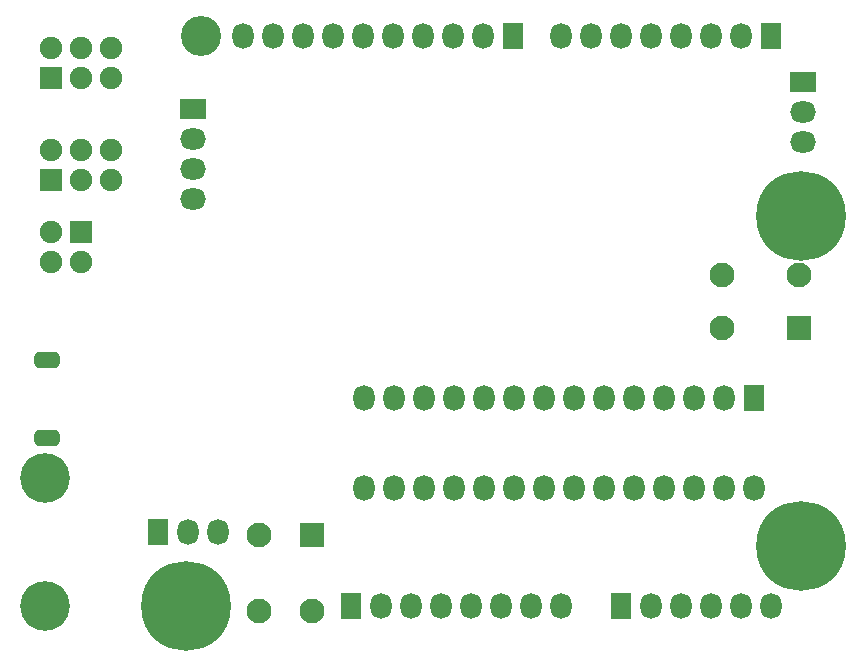
<source format=gbs>
G04*
G04 #@! TF.GenerationSoftware,Altium Limited,Altium Designer,21.6.4 (81)*
G04*
G04 Layer_Color=16711935*
%FSLAX44Y44*%
%MOMM*%
G71*
G04*
G04 #@! TF.SameCoordinates,5A2D479A-7A81-4301-8FED-CA8905A59E07*
G04*
G04*
G04 #@! TF.FilePolarity,Negative*
G04*
G01*
G75*
%ADD50R,2.1000X2.1000*%
%ADD56C,2.1000*%
%ADD57R,2.1000X2.1000*%
%ADD58C,3.4000*%
%ADD59C,4.2000*%
%ADD60R,1.8000X2.2000*%
%ADD61O,1.8000X2.2000*%
%ADD62O,2.2000X1.8000*%
%ADD63R,2.2000X1.8000*%
%ADD64C,7.6000*%
%ADD65C,1.9000*%
%ADD66R,1.9000X1.9000*%
G04:AMPARAMS|DCode=67|XSize=2.2mm|YSize=1.4mm|CornerRadius=0.46mm|HoleSize=0mm|Usage=FLASHONLY|Rotation=0.000|XOffset=0mm|YOffset=0mm|HoleType=Round|Shape=RoundedRectangle|*
%AMROUNDEDRECTD67*
21,1,2.2000,0.4800,0,0,0.0*
21,1,1.2800,1.4000,0,0,0.0*
1,1,0.9200,0.6400,-0.2400*
1,1,0.9200,-0.6400,-0.2400*
1,1,0.9200,-0.6400,0.2400*
1,1,0.9200,0.6400,0.2400*
%
%ADD67ROUNDEDRECTD67*%
D50*
X247000Y86000D02*
D03*
D56*
X202000D02*
D03*
Y21000D02*
D03*
X247000D02*
D03*
X594250Y261000D02*
D03*
Y306000D02*
D03*
X659250D02*
D03*
D57*
Y261000D02*
D03*
D58*
X152400Y508000D02*
D03*
D59*
X21000Y26000D02*
D03*
Y134000D02*
D03*
D60*
X416560Y508000D02*
D03*
X279400Y25400D02*
D03*
X635000Y508000D02*
D03*
X508000Y25400D02*
D03*
X116200Y88000D02*
D03*
X620650Y201930D02*
D03*
D61*
X391160Y508000D02*
D03*
X365760D02*
D03*
X340360D02*
D03*
X314960D02*
D03*
X289560D02*
D03*
X264160D02*
D03*
X238760D02*
D03*
X213360D02*
D03*
X187960D02*
D03*
X304800Y25400D02*
D03*
X330200D02*
D03*
X355600D02*
D03*
X381000D02*
D03*
X406400D02*
D03*
X431800D02*
D03*
X457200D02*
D03*
X609600Y508000D02*
D03*
X584200D02*
D03*
X558800D02*
D03*
X533400D02*
D03*
X508000D02*
D03*
X482600D02*
D03*
X457200D02*
D03*
X635000Y25400D02*
D03*
X609600D02*
D03*
X584200D02*
D03*
X558800D02*
D03*
X533400D02*
D03*
X167000Y88000D02*
D03*
X141600D02*
D03*
X290450Y125730D02*
D03*
X315850D02*
D03*
X341250D02*
D03*
X366650D02*
D03*
X392050D02*
D03*
X417450D02*
D03*
X442850D02*
D03*
X468250D02*
D03*
X493650D02*
D03*
X519050D02*
D03*
X544450D02*
D03*
X569850D02*
D03*
X595250D02*
D03*
X620650D02*
D03*
X290450Y201930D02*
D03*
X315850D02*
D03*
X341250D02*
D03*
X366650D02*
D03*
X392050D02*
D03*
X417450D02*
D03*
X442850D02*
D03*
X468250D02*
D03*
X493650D02*
D03*
X519050D02*
D03*
X544450D02*
D03*
X569850D02*
D03*
X595250D02*
D03*
D62*
X146000Y369800D02*
D03*
Y395200D02*
D03*
Y420600D02*
D03*
X662000Y418200D02*
D03*
Y443600D02*
D03*
D63*
X146000Y446000D02*
D03*
X662000Y469000D02*
D03*
D64*
X139700Y25400D02*
D03*
X660400Y76200D02*
D03*
Y355600D02*
D03*
D65*
X76200Y411480D02*
D03*
X50800D02*
D03*
X25400D02*
D03*
X76200Y386080D02*
D03*
X50800D02*
D03*
X76200Y497840D02*
D03*
X50800D02*
D03*
X25400D02*
D03*
X76200Y472440D02*
D03*
X50800D02*
D03*
X25400Y316600D02*
D03*
X50800D02*
D03*
X25400Y342000D02*
D03*
D66*
Y386080D02*
D03*
Y472440D02*
D03*
X50800Y342000D02*
D03*
D67*
X21995Y168000D02*
D03*
Y234000D02*
D03*
M02*

</source>
